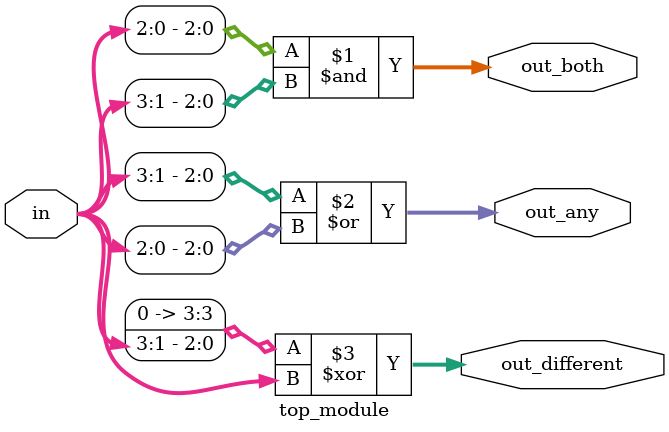
<source format=sv>
module top_module (
	input [3:0] in,
	output [2:0] out_both,
	output [3:1] out_any,
	output [3:0] out_different
);

	assign out_both = in[2:0] & in[3:1];
	assign out_any = in[3:1] | in[2:0];
	assign out_different = {in[3], in[2:1]} ^ in;

endmodule

</source>
